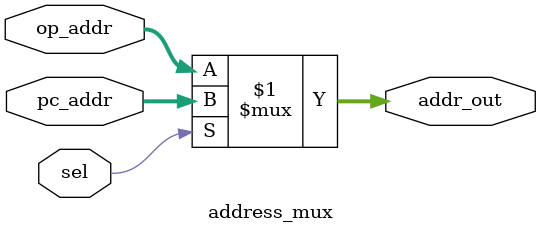
<source format=v>
`timescale 1ns/1ps
module address_mux #(
    parameter WIDTH = 5
) (
    input sel,
    input [WIDTH-1:0] pc_addr, op_addr,
    output [WIDTH-1:0] addr_out
);
    assign addr_out = sel ? pc_addr : op_addr;
endmodule
</source>
